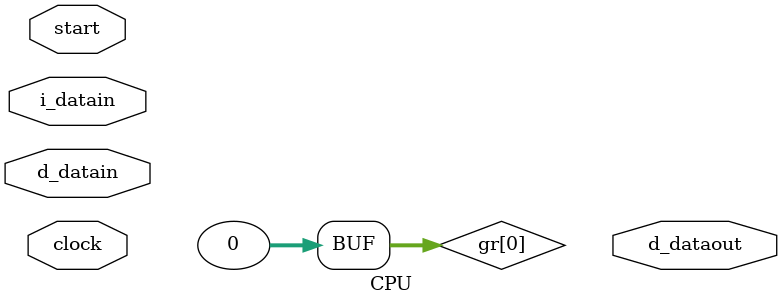
<source format=v>
`timescale 1ns / 1ps


module CPU(
    input wire clock,
    input wire start,
    input [31:0] i_datain,
    input wire [31:0] d_datain,
    output wire [31:0] d_dataout
    );

    reg [31:0]gr[7:0];//[31:0]for 32bit MIPS processor
    reg [15:0]pc = 32'h00000000;

    reg [31:0]instr;
    reg [31:0]reg_A;
    reg [31:0]reg_B;
    reg [31:0]reg_C;
    reg [31:0]reg_C1;

    reg [5:0]opcode;
    reg [5:0]func;
    reg [2:0] reg_zon = 3'b000;
    reg [1:0]regWrite = 2'b0;
    reg [1:0]regDst = 2'b0;
    reg [3:0]alu_ctr;
    reg alu_src;
    reg overflow_sign;
    reg reg_jump = 2'b00;
    reg [1:0]memToReg = 2'b0;
    reg[1:0]memWrite = 2'b0;
    reg pcSrc = 0;
    reg branch = 0;
    
//add,addi,lw,sw,addu,addiu
parameter alu_add = 4'b0000;
//sub,subu,beq,bne
parameter alu_sub = 4'b0001;
//and,andi
parameter alu_and = 4'b0010;
//nor
parameter alu_nor = 4'b0011;
//or,ori
parameter alu_or = 4'b0100;
//xor
parameter alu_xor = 4'b0101;
//sll,sllv
parameter alu_sll = 4'b0110;
//srl,srlv
parameter alu_srl = 4'b0111;
//sra,srav
parameter alu_sra = 4'b1000;
//slt
parameter alu_slt = 4'b1001;
//j
parameter alu_j = 4'b1010;
//jr
parameter alu_jr = 4'b1011;
//jal
parameter alu_jal = 4'b1100;

always @(start)
    begin
        gr[0] = 32'h0000_0000;
    end

//sequential logic
always @(posedge clock)
begin
if ((reg_jump==2'b00)&&(pcSrc==0))
begin
pc <= pc + 32'h00000004;
end
else if (reg_jump==2'b01)
begin
pc <= i_datain[25:0];
end
else if (reg_jump==2'b10)
begin
pc <=gr[i_datain[25:21]];
end
else if (pcSrc==1'b1)
begin
pc <= pc + reg_B;
end
end

//combinational logic
always @(posedge clock)
    begin
        instr = i_datain;
        //About Project 3
        //control unit
        opcode = instr[31:26];
        func = instr[5:0];
        reg_C = 0;
        reg_zon = 3'b000;
        overflow_sign = 0;
        reg_jump = 2'b00;
        //Please set the ALUControl with your own code.
//control unit
if (opcode == 6'b000000)
begin
//add
case(func)
6'b100000:
begin
alu_src = 0;
alu_ctr = 4'b0000;
overflow_sign = 1;
branch = 0;
memToReg = 2'b00;
memWrite = 2'b00;
regDst = 2'b01;
regWrite = 2'b01;
end
endcase
//addu
case(func)
6'b100001:
begin
alu_src = 0;
alu_ctr = 4'b0000;
overflow_sign = 0;
branch = 0;
memToReg = 2'b00;
memWrite = 2'b00;
regDst = 2'b01;
regWrite = 2'b01;
end
endcase
//sub
case(func)
6'b100010:
begin
alu_src = 0;
alu_ctr = 4'b0001;
overflow_sign = 1;
branch = 0;
memToReg = 2'b00;
memWrite = 2'b00;
regDst = 2'b01;
regWrite = 2'b01;
end
endcase
//subu
case(func)
6'b100011:
begin
alu_src = 0;
alu_ctr = 4'b0001;
overflow_sign = 0;
branch = 0;
memToReg = 2'b00;
memWrite = 2'b00;
regDst = 2'b01;
regWrite = 2'b01;
end
endcase

//and
case(func)
6'b100100:
begin
alu_src = 0;
alu_ctr = 4'b0010;
branch = 0;
memToReg = 2'b00;
memWrite = 2'b00;
regDst = 2'b01;
regWrite = 2'b01;
end
endcase

//nor
case(func)
6'b100111:
begin
alu_src = 0;
alu_ctr = 4'b0011;
branch = 0;
memToReg = 2'b00;
memWrite = 2'b00;
regDst = 2'b01;
regWrite = 2'b01;
end
endcase

//or
case(func)
6'b100101:
begin
alu_src = 0;
alu_ctr = 4'b0100;
branch = 0;
memToReg = 2'b00;
memWrite = 2'b00;
regDst = 2'b01;
regWrite = 2'b01;
end
endcase

//xor
case(func)
6'b100110:
begin
alu_src = 0;
alu_ctr = 4'b0101;
branch = 0;
memToReg = 2'b00;
memWrite = 2'b00;
regDst = 2'b01;
regWrite = 2'b01;
end
endcase

//slt
case(func)
6'b101010:
begin
alu_src = 0;
alu_ctr = 4'b1001;
branch = 0;
memToReg = 2'b00;
memWrite = 2'b00;
regDst = 2'b01;
regWrite = 2'b01;
end
endcase

//sll
case(func)
6'b000000:
begin
alu_src = 1;
alu_ctr = 4'b0110;
branch = 0;
memToReg = 2'b00;
memWrite = 2'b00;
regDst = 2'b01;
regWrite = 2'b01;
end
endcase

//sllv
case(func)
6'b000100:
begin
alu_src = 0;
alu_ctr = 4'b0110;
branch = 0;
memToReg = 2'b00;
memWrite = 2'b00;
regDst = 2'b01;
regWrite = 2'b01;
end
endcase

//srl
case(func)
6'b000010:
begin
alu_src = 1;
alu_ctr = 4'b0111;
branch = 0;
memToReg = 2'b00;
memWrite = 2'b00;
regDst = 2'b01;
regWrite = 2'b01;
end
endcase

//srlv
case(func)
6'b000110:
begin
alu_src = 0;
alu_ctr = 4'b0111;
branch = 0;
memToReg = 2'b00;
memWrite = 2'b00;
regDst = 2'b01;
regWrite = 2'b01;
end
endcase

//sra
case(func)
6'b000011:
begin
alu_src = 1;
alu_ctr = 4'b1000;
branch = 0;
memToReg = 2'b00;
memWrite = 2'b00;
regDst = 2'b01;
regWrite = 2'b01;
end
endcase

//srav
case(func)
6'b000111:
begin
alu_src = 0;
alu_ctr = 4'b1000;
branch = 0;
memToReg = 2'b00;
memWrite = 2'b00;
regDst = 2'b01;
regWrite = 2'b01;
end
endcase

//jr
case(func)
6'b001000:
begin
alu_src = 0;
alu_ctr = 4'b1011;
branch = 0;
memToReg = 2'b10;
memWrite = 2'b00;
regDst = 2'b10;
regWrite = 2'b00;
reg_jump = 2'b10;
end
endcase
end

else
begin
//addi
case(opcode)
6'b001000:
begin
alu_src = 1;
alu_ctr = 4'b0000;
overflow_sign = 1;
branch = 0;
memToReg = 2'b00;
memWrite = 2'b00;
regDst = 2'b00;
regWrite = 2'b01;
end
endcase

//addiu
case(opcode)
6'b001001:
begin
alu_src = 1;
alu_ctr = 4'b0000;
overflow_sign = 0;
branch = 0;
memToReg = 2'b00;
memWrite = 2'b00;
regDst = 2'b00;
regWrite = 2'b01;
end
endcase

//andi
case(opcode)
6'b001100:
begin
alu_src = 1;
alu_ctr = 4'b0010;
branch = 0;
memToReg = 2'b00;
memWrite = 2'b00;
regDst = 2'b00;
regWrite = 2'b01;
end
endcase

//ori
case(opcode)
6'b001101:
begin
alu_src = 1;
alu_ctr = 4'b0100;
branch = 0;
memToReg = 2'b00;
memWrite = 2'b00;
regDst = 2'b00;
regWrite = 2'b01;
end
endcase

//beq
case(opcode)
6'b000100:
begin
alu_src = 0;
alu_ctr = 4'b0001;
branch = 1;
memToReg = 2'b10;
memWrite = 2'b00;
regDst = 2'b10;
regWrite = 2'b00;
end
endcase

//bne
case(opcode)
6'b000101:
begin
alu_src = 0;
alu_ctr = 4'b0001;
branch = 1;
memToReg = 2'b10;
memWrite = 2'b00;
regDst = 2'b10;
regWrite = 2'b00;
end
endcase

//lw
case(opcode)
6'b100011:
begin
alu_src = 1;
alu_ctr = 4'b0000;
branch = 0;
memToReg = 2'b01;
memWrite = 2'b00;
regDst = 2'b00;
regWrite = 2'b01;
end
endcase

//sw
case(opcode)
6'b101011:
begin
alu_src = 1;
alu_ctr = 4'b0000;
branch = 1;
memToReg = 2'b10;
memWrite = 2'b00;
regDst = 2'b10;
regWrite = 2'b00;
end
endcase

//j
case(opcode)
6'b000010:
begin
alu_src = 0;
alu_ctr = 4'b1010;
branch = 0;
memToReg = 2'b10;
memWrite = 2'b00;
regDst = 2'b10;
regWrite = 2'b00;
reg_jump = 2'b01;
end
endcase

//jal
case(opcode)
6'b000011:
begin
alu_src = 0;
alu_ctr = 4'b1100;
branch = 0;
memToReg = 2'b10;
memWrite = 2'b00;
regDst = 2'b10;
regWrite = 2'b00;
reg_jump = 2'b01;
end
endcase
end

      
//alu part
case(alu_ctr)
alu_add:
begin
    reg_A = gr[i_datain[25:21]];
    if  (alu_src == 1)
    begin
    reg_B = {{16{i_datain[15]}},i_datain[15:0]};  //sign extenstion
    end
    else
    begin
    reg_B = gr[i_datain[20:16]];
    end
    reg_C = reg_A + reg_B;
    //overflow flag
    if ((overflow_sign==1)&&(reg_A[31]^reg_B[31] == 0) && (reg_A[31]!= reg_C[31] ))
    begin
    //negative flag
    if (reg_C[31]==1'b1)
    begin
        reg_zon[0] = 1'b1;
    end
    reg_zon[1] = 1'b1;
    end
    else
    begin
        reg_zon[1] = 1'b0;
    end
    //zero flag
    if (reg_C==0)
    begin
        reg_zon[2] = 1'b1;
    end
end

alu_sub:
begin
    reg_A = gr[i_datain[25:21]];
    reg_B = gr[i_datain[20:16]];
    reg_C = reg_A - reg_B;
    if ((overflow_sign == 1)&& (reg_A[31]^reg_B[31] == 1) && (reg_B[31] == reg_C[31]))
    begin
    reg_zon[1] = 1'b1;
    end
    else
    begin
    reg_zon[1] = 1'b0;
    end
    //zero flag
    if (reg_C == 0) 
    begin
    reg_zon[2] = 1'b1;
    end
    // negative flag 
    if(reg_C[31] == 1'b1)
    begin
        reg_zon[0] = 1'b1;
    end
end

alu_and:
begin
    reg_A = gr[i_datain[25:21]];
    if (alu_src == 1)
    begin
    reg_B = {{16{1'b0}},i_datain[15:0]};  //zero extenstion
    end
    else
    begin
    reg_B = gr[i_datain[20:16]];
    end
    reg_C = reg_A & reg_B;
    //zero flag
    if (reg_C == 0)
    begin
    reg_zon[2] = 1'b1;
    end
    //negative flag
    if (reg_C[31]==1'b1)
    begin
        reg_zon[0] = 1'b1;
    end
end

alu_nor:
begin
    reg_A = gr[i_datain[25:21]];
    reg_B = gr[i_datain[20:16]];
    reg_C = ~(reg_A | reg_B);
    //zero flag
    if (reg_C == 0) begin
    reg_zon[2] = 1'b1;
    end
    //negative flag
    if (reg_C[31]==1'b1)
    begin
        reg_zon[0] = 1'b1;
    end
end

alu_or:
begin
    reg_A = gr[i_datain[25:21]];
    if (alu_src == 1)
    begin
    reg_B = {{16{1'b0}},i_datain[15:0]};  //zero extenstion
    end
    else
    begin
    reg_B = gr[i_datain[20:16]];
    end
    reg_C = reg_A | reg_B;
    //zero flag
    if (reg_C == 0) begin
    reg_zon[2] = 1'b1;
    end
    //negative flag
    if (reg_C[31]==1'b1)
    begin
        reg_zon[0] = 1'b1;
    end
end

alu_xor:
begin
    reg_A = gr[i_datain[25:21]];
    if (alu_src == 1)
    begin
    reg_B = {{16{1'b0}},i_datain[15:0]};  //zero extenstion
    end
    else
    begin
    reg_B = gr[i_datain[20:16]];
    end
    reg_C = (reg_A ^ reg_B);
    //zero flag
    if (reg_C == 0) 
    begin
    reg_zon[2] = 1'b1;
    end
    //negative flag
    if (reg_C[31]==1'b1)
    begin
        reg_zon[0] = 1'b1;
    end
end

alu_slt:
begin
    reg_A = gr[i_datain[25:21]];
    if (alu_src == 1)
    begin
    reg_B = {{16{i_datain[15]}},i_datain[15:0]};  //sign extenstion
    end
    else
    begin
    reg_B = gr[i_datain[20:16]];
    end
    if (reg_A <reg_B) 
    begin
        reg_C = 1'b1;
    end
    else
    begin
    reg_C = 1'b0;
    end    
    //zero flag
    if (reg_C == 0) 
    begin
    reg_zon[2] = 1'b1;
    end
end

alu_sll:
begin
    reg_A = gr[i_datain[20:16]];
    if (alu_src == 1) 
    begin
    reg_B = i_datain[10:6];
    end 
    else 
    begin
    reg_B = gr[i_datain[25:21]];
    end
    reg_C = reg_A << reg_B;
     //zero flag
    if (reg_C == 0) 
    begin
    reg_zon[2] = 1'b1;
    end
    //negative flag
    if (reg_C[31]==1'b1)
    begin
        reg_zon[0] = 1'b1;
    end
end

alu_srl:
begin
    reg_A = gr[i_datain[20:16]];
    if (alu_src == 1) 
    begin
    reg_B = i_datain[10:6];
    end 
    else 
    begin
    reg_B = gr[i_datain[25:21]];
    end
    reg_C = reg_A >> reg_B;
     //zero flag
    if (reg_C == 0) 
    begin
    reg_zon[2] = 1'b1;
    end
    //negative flag
    if (reg_C[31]==1'b1)
    begin
        reg_zon[0] = 1'b1;
    end
end

alu_sra:
begin
    reg_A = gr[i_datain[20:16]];
    if (alu_src == 1) 
    begin
    reg_B = i_datain[10:6];
    end 
    else 
    begin
    reg_B = gr[i_datain[25:21]];
    end
    reg_C = reg_A >>> reg_B;
     //zero flag
    if (reg_C == 0) 
    begin
    reg_zon[2] = 1'b1;
    end
    //negative flag
    if (reg_C[31]==1'b1)
    begin
        reg_zon[0] = 1'b1;
    end
end

alu_j:
begin
    reg_jump = 2'b01;
end

alu_jr:
begin
    reg_jump = 2'b10;
end

alu_jal:
begin
    reg_jump = 2'b01;
end


endcase

if ((branch==1)&&(reg_zon[2]==1'b1))
begin
pcSrc = 1'b1;
end

//reg_C1(Result)
//add
if ((opcode==6'b000000)&&(func==6'b100000))
begin
reg_C1 = reg_C;
end
//addu
else if ((opcode==6'b000000)&&(func==6'b100001))
begin
reg_C1 = reg_C;
end
//sub
else if ((opcode==6'b000000)&&(func==6'b100010))
begin
reg_C1 = reg_C;
end
//subu
else if ((opcode==6'b000000)&&(func==6'b100011))
begin
reg_C1 = reg_C;
end
//and
else if ((opcode==6'b000000)&&(func==6'b100100))
begin
reg_C1 = reg_C;
end
//or
else if ((opcode==6'b000000)&&(func==6'b100101))
begin
reg_C1 = reg_C;
end
//nor
else if ((opcode==6'b000000)&&(func==6'b100111))
begin
reg_C1 = reg_C;
end
//xor
else if ((opcode==6'b000000)&&(func==6'b100110))
begin
reg_C1 = reg_C;
end
//addi
else if (opcode==6'b001000)
begin
reg_C1 = reg_C;
end
//addiu
else if (opcode==6'b001001)
begin
reg_C1 = reg_C;
end
//andi
else if (opcode==6'b001100)
begin
reg_C1 = reg_C;
end
//ori
else if (opcode==6'b001101)
begin
reg_C1 = reg_C;
end
//lw
else if (opcode==6'b100011)
begin
reg_C1 = d_datain[31:0];
end
//sw
else if (opcode==6'b101011)
begin
reg_C1 = gr[instr[20:16]];
end
//sll
else if ((opcode==6'b000000)&&(func==6'b000000))
begin
reg_C1 = reg_C;
end
//sllv
else if ((opcode==6'b000000)&&(func==6'b000100))
begin
reg_C1 = reg_C;
end
//srl
else if ((opcode==6'b000000)&&(func==6'b000010))
begin
reg_C1 = reg_C;
end
//srlv
else if ((opcode==6'b000000)&&(func==6'b000110))
begin
reg_C1 = reg_C;
end
//sra
else if ((opcode==6'b000000)&&(func==6'b000011))
begin
reg_C1 = reg_C;
end
//srav
else if ((opcode==6'b000000)&&(func==000111))
begin
reg_C1 = reg_C;
end
//beq
else if ((opcode==6'b000100))
begin
reg_C1 = reg_C;
end
//bne
else if ((opcode==6'b000101))
begin
reg_C1 = reg_C;
end
//slt
else if ((opcode==6'b000000)&&(func==6'b101010))
begin
reg_C1 = reg_C;
end
//j
else if (opcode==6'b000010)
begin
reg_C1 = 0;
end
//jal
else if (opcode==6'b000011)
begin
reg_C1 = 0;
end
//jr
else if ((opcode==6'b000000)&&(func==6'b001000))
begin
reg_C1 = 0;
end     
        //write back to general registers
//        if (regWrite == 2'b01)
   //         gr[instr[15:11]] = reg_C1;
      //  else if (regWrite == 2'b10)
         //   gr[instr[20:16]] = reg_C1;
        //Use the RegWrite(Output of Ctrl Unit) to select.

//write back to general registers
        if (opcode == 6'b100011)
            gr[instr[20:16]] = reg_C1;
        else if (opcode == 6'b000000)
            gr[instr[15:11]] = reg_C1;
        //Use the RegWrite(Output of Ctrl Unit) to select.
   end
endmodule
</source>
